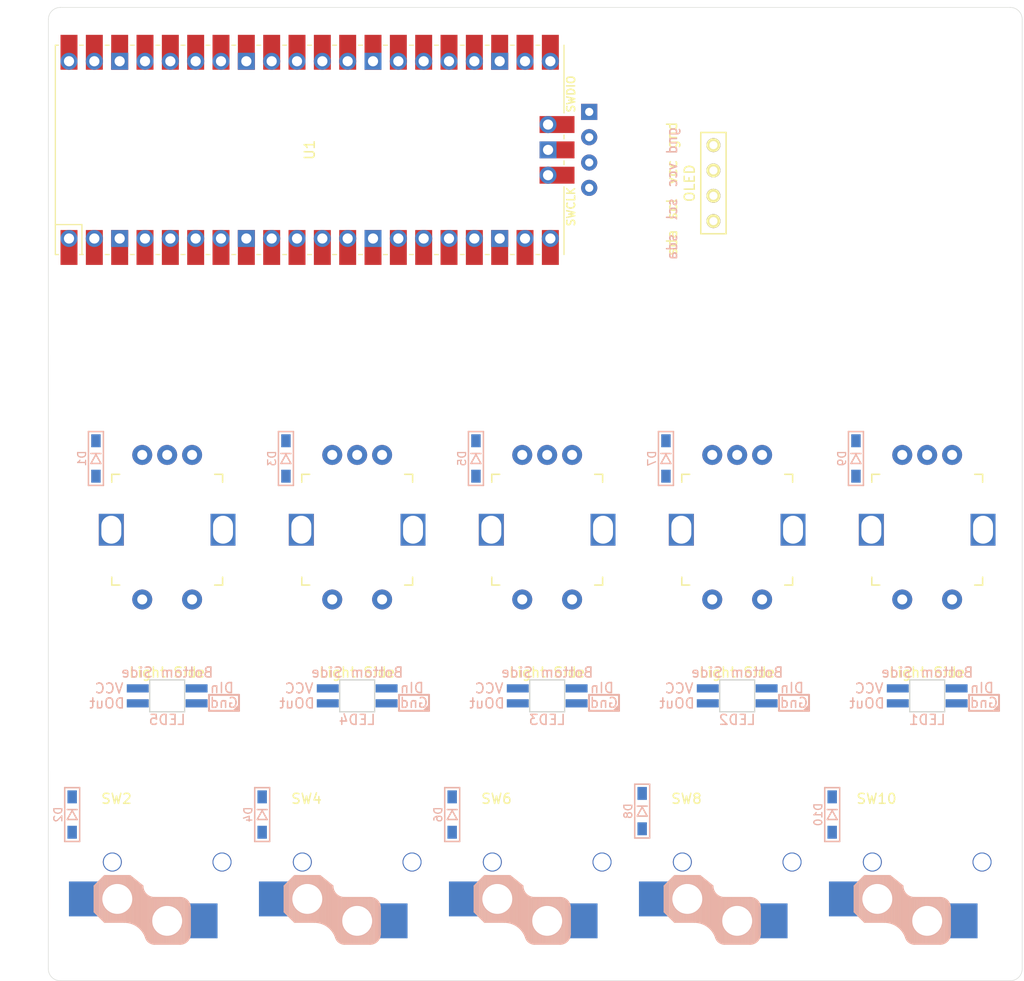
<source format=kicad_pcb>
(kicad_pcb (version 20240108) (generator "pcbnew") (generator_version "8.0")
  (layers (0 "F.Cu" signal) (31 "B.Cu" signal) (34 "B.Paste" user) (35 "F.Paste" user) (36 "B.SilkS" user "B.Silkscreen") (37 "F.SilkS" user "F.Silkscreen") (38 "B.Mask" user) (39 "F.Mask" user) (44 "Edge.Cuts" user))
  (net 0 "")
  (net 1 "Net-(D1-A)")
  (net 2 "Row0")
  (net 3 "Net-(D2-A)")
  (net 4 "Row1")
  (net 5 "Net-(D3-A)")
  (net 6 "Net-(D4-A)")
  (net 7 "Net-(D5-A)")
  (net 8 "Net-(D6-A)")
  (net 9 "Net-(D7-A)")
  (net 10 "Net-(D8-A)")
  (net 11 "Net-(D9-A)")
  (net 12 "SCL")
  (net 13 "GND")
  (net 14 "SDA")
  (net 15 "VCC")
  (net 16 "Col0")
  (net 17 "Col1")
  (net 18 "Col2")
  (net 19 "Col3")
  (net 21 "LED")
  (net 22 "Col4")
  (net 39 "Net-(LED1-DOUT)")
  (net 41 "RE1_B")
  (net 42 "RE1_A")
  (net 43 "RE2_A")
  (net 44 "RE2_B")
  (net 45 "RE3_A")
  (net 46 "RE3_B")
  (net 47 "RE4_A")
  (net 48 "RE4_B")
  (net 49 "RE5_A")
  (net 50 "RE5_B")
  (net 51 "Net-(D10-A)")
  (net 52 "Net-(LED2-DOUT)")
  (net 53 "Net-(LED3-DOUT)")
  (net 54 "Net-(LED4-DOUT)")
  (footprint "Rikkodo_FootPrint:rkd_Point_Screw_Hall" (layer "F.Cu") (at 130.96875 30.95625)
    (property "Reference" "Point1" (hide yes))
    (property "Value" "PointScrewHall" (hide yes))
    (pad "" np_thru_hole circle (at -7.25 -12) (size 2.2 2.2) (drill 2.2) (layers "*.Cu" "*.Mask"))
    (pad "" np_thru_hole circle (at -7.25 12) (size 2.2 2.2) (drill 2.2) (layers "*.Cu" "*.Mask"))
    (pad "" np_thru_hole circle (at 7.25 -12) (size 2.2 2.2) (drill 2.2) (layers "*.Cu" "*.Mask"))
    (pad "" np_thru_hole circle (at 7.25 12) (size 2.2 2.2) (drill 2.2) (layers "*.Cu" "*.Mask"))
  )
  (footprint "kbd_Parts:LED_SK6812MINI-E_BL" (layer "F.Cu") (at 130.9688 85.7251 180)
    (property "Reference" "LED1" (at 0 -2.4 0) (layer "B.SilkS") (effects (justify mirror)))
    (property "Value" "LED_SK6812MINI-E")
    (fp_line (start 1.75 1.6) (end -1.75 1.6) (stroke (width 0.12)) (layer "Edge.Cuts"))
    (fp_line (start 1.75 -1.6) (end 1.75 1.6) (stroke (width 0.12)) (layer "Edge.Cuts"))
    (fp_line (start -1.75 1.6) (end -1.75 -1.6) (stroke (width 0.12)) (layer "Edge.Cuts"))
    (fp_line (start -1.75 -1.6) (end 1.75 -1.6) (stroke (width 0.12)) (layer "Edge.Cuts"))
    (fp_text user "DIn" (at -5.49 0.79 0) (layer "B.SilkS") (effects (justify mirror)))
    (fp_text user "VCC" (at 5.82 0.75 0) (layer "B.SilkS") (effects (justify mirror)))
    (fp_text user "Gnd" (at -5.69 -0.7 0) (layer "B.SilkS") (effects (justify mirror)))
    (fp_text user "DOut" (at 6.03 -0.75 0) (layer "B.SilkS") (effects (justify mirror)))
    (fp_text user "Bottom Side" (at 0 2.35 0) (layer "B.SilkS") (effects (justify mirror)))
    (fp_text user "Light Side" (at 0 2.35 0) (layer "F.SilkS"))
    (pad "1" smd rect (at 2.6 -0.75 180) (size 2.2 0.82) (drill (offset 0.35 0)) (layers "B.Cu" "B.Paste" "B.Mask") (net 39 "Net-(LED1-DOUT)"))
    (pad "2" smd rect (at -2.6 -0.75 180) (size 2.2 0.82) (drill (offset -0.35 0)) (layers "B.Cu" "B.Paste" "B.Mask") (net 13 "GND"))
    (pad "3" smd rect (at -2.6 0.75 180) (size 2.2 0.82) (drill (offset -0.35 0)) (layers "B.Cu" "B.Paste" "B.Mask") (net 21 "LED"))
    (pad "4" smd rect (at 2.6 0.75 180) (size 2.2 0.82) (drill (offset 0.35 0)) (layers "B.Cu" "B.Paste" "B.Mask") (net 15 "VCC"))
  )
  (footprint "kbd_SW:Choc_Hotswap_1u" (layer "F.Cu") (at 73.8188 102.3937)
    (property "Reference" "SW4" (at -5.08 -6.35 180) (layer "F.SilkS"))
    (property "Value" "SW_Push" (hide yes))
    (pad "" np_thru_hole circle (at -5.5 0 90) (size 1.9 1.9) (drill 1.7) (layers "*.Cu" "*.Mask"))
    (pad "" np_thru_hole circle (at -5 3.7 90) (size 3.1 3.1) (drill 3) (layers "*.Cu" "*.Mask"))
    (pad "" np_thru_hole circle (at 0 0 90) (size 4 4) (drill 4) (layers "*.Cu" "*.Mask"))
    (pad "" np_thru_hole circle (at 0 5.9 90) (size 3.1 3.1) (drill 3) (layers "*.Cu" "*.Mask"))
    (pad "" np_thru_hole circle (at 5.22 -4.2) (size 1 1) (drill 1) (layers "*.Cu" "*.Mask"))
    (pad "" np_thru_hole circle (at 5.5 0 90) (size 1.9 1.9) (drill 1.7) (layers "*.Cu" "*.Mask"))
    (pad "1" smd rect (at -8.35 3.7 180) (size 3 3.5) (layers "B.Cu" "B.Paste" "B.Mask") (net 6 "Net-(D4-A)"))
    (pad "2" smd rect (at 3.55 5.9 180) (size 3 3.5) (layers "B.Cu" "B.Paste" "B.Mask") (net 17 "Col1"))
  )
  (footprint "kbd_Parts:Diode_SMD" (layer "F.Cu") (at 102.3938 97.2849 -90)
    (property "Reference" "D8" (at 0 1.4 90) (layer "B.SilkS") (effects (font (size 0.8 0.8) (thickness 0.125)) (justify mirror)))
    (property "Value" "D" (hide yes))
    (pad "1" smd rect (at -1.775 0 270) (size 1.3 0.95) (layers "B.Cu" "B.Paste" "B.Mask") (net 4 "Row1"))
    (pad "2" smd rect (at 1.775 0 270) (size 1.3 0.95) (layers "B.Cu" "B.Paste" "B.Mask") (net 10 "Net-(D8-A)"))
  )
  (footprint "kbd_SW:Choc_Hotswap_1u" (layer "F.Cu") (at 92.8688 102.3937)
    (property "Reference" "SW6" (at -5.08 -6.35 180) (layer "F.SilkS"))
    (property "Value" "SW_Push" (hide yes))
    (pad "" np_thru_hole circle (at -5.5 0 90) (size 1.9 1.9) (drill 1.7) (layers "*.Cu" "*.Mask"))
    (pad "" np_thru_hole circle (at -5 3.7 90) (size 3.1 3.1) (drill 3) (layers "*.Cu" "*.Mask"))
    (pad "" np_thru_hole circle (at 0 0 90) (size 4 4) (drill 4) (layers "*.Cu" "*.Mask"))
    (pad "" np_thru_hole circle (at 0 5.9 90) (size 3.1 3.1) (drill 3) (layers "*.Cu" "*.Mask"))
    (pad "" np_thru_hole circle (at 5.22 -4.2) (size 1 1) (drill 1) (layers "*.Cu" "*.Mask"))
    (pad "" np_thru_hole circle (at 5.5 0 90) (size 1.9 1.9) (drill 1.7) (layers "*.Cu" "*.Mask"))
    (pad "1" smd rect (at -8.35 3.7 180) (size 3 3.5) (layers "B.Cu" "B.Paste" "B.Mask") (net 8 "Net-(D6-A)"))
    (pad "2" smd rect (at 3.55 5.9 180) (size 3 3.5) (layers "B.Cu" "B.Paste" "B.Mask") (net 18 "Col2"))
  )
  (footprint "kbd_Parts:LED_SK6812MINI-E_BL" (layer "F.Cu") (at 54.7688 85.725 180)
    (property "Reference" "LED5" (at 0 -2.4 0) (layer "B.SilkS") (effects (justify mirror)))
    (property "Value" "LED_SK6812MINI-E")
    (fp_line (start 1.75 1.6) (end -1.75 1.6) (stroke (width 0.12)) (layer "Edge.Cuts"))
    (fp_line (start 1.75 -1.6) (end 1.75 1.6) (stroke (width 0.12)) (layer "Edge.Cuts"))
    (fp_line (start -1.75 1.6) (end -1.75 -1.6) (stroke (width 0.12)) (layer "Edge.Cuts"))
    (fp_line (start -1.75 -1.6) (end 1.75 -1.6) (stroke (width 0.12)) (layer "Edge.Cuts"))
    (fp_text user "Bottom Side" (at 0 2.35 0) (layer "B.SilkS") (effects (justify mirror)))
    (fp_text user "DIn" (at -5.49 0.79 0) (layer "B.SilkS") (effects (justify mirror)))
    (fp_text user "Gnd" (at -5.69 -0.7 0) (layer "B.SilkS") (effects (justify mirror)))
    (fp_text user "DOut" (at 6.03 -0.75 0) (layer "B.SilkS") (effects (justify mirror)))
    (fp_text user "VCC" (at 5.82 0.75 0) (layer "B.SilkS") (effects (justify mirror)))
    (fp_text user "Light Side" (at 0 2.35 0) (layer "F.SilkS"))
    (pad "1" smd rect (at 2.6 -0.75 180) (size 2.2 0.82) (drill (offset 0.35 0)) (layers "B.Cu" "B.Paste" "B.Mask"))
    (pad "2" smd rect (at -2.6 -0.75 180) (size 2.2 0.82) (drill (offset -0.35 0)) (layers "B.Cu" "B.Paste" "B.Mask") (net 13 "GND"))
    (pad "3" smd rect (at -2.6 0.75 180) (size 2.2 0.82) (drill (offset -0.35 0)) (layers "B.Cu" "B.Paste" "B.Mask") (net 54 "Net-(LED4-DOUT)"))
    (pad "4" smd rect (at 2.6 0.75 180) (size 2.2 0.82) (drill (offset 0.35 0)) (layers "B.Cu" "B.Paste" "B.Mask") (net 15 "VCC"))
  )
  (footprint "kbd_SW:Choc_Hotswap_1u" (layer "F.Cu") (at 130.9688 102.3937)
    (property "Reference" "SW10" (at -5.08 -6.35 0) (layer "F.SilkS"))
    (property "Value" "SW_Push" (hide yes))
    (pad "" np_thru_hole circle (at -5.5 0 90) (size 1.9 1.9) (drill 1.7) (layers "*.Cu" "*.Mask"))
    (pad "" np_thru_hole circle (at -5 3.7 90) (size 3.1 3.1) (drill 3) (layers "*.Cu" "*.Mask"))
    (pad "" np_thru_hole circle (at 0 0 90) (size 4 4) (drill 4) (layers "*.Cu" "*.Mask"))
    (pad "" np_thru_hole circle (at 0 5.9 90) (size 3.1 3.1) (drill 3) (layers "*.Cu" "*.Mask"))
    (pad "" np_thru_hole circle (at 5.22 -4.2) (size 1 1) (drill 1) (layers "*.Cu" "*.Mask"))
    (pad "" np_thru_hole circle (at 5.5 0 90) (size 1.9 1.9) (drill 1.7) (layers "*.Cu" "*.Mask"))
    (pad "1" smd rect (at -8.35 3.7 180) (size 3 3.5) (layers "B.Cu" "B.Paste" "B.Mask") (net 51 "Net-(D10-A)"))
    (pad "2" smd rect (at 3.55 5.9 180) (size 3 3.5) (layers "B.Cu" "B.Paste" "B.Mask") (net 22 "Col4"))
  )
  (footprint "kbd_Parts:RotaryEncoder_EC12E" (layer "F.Cu") (at 92.8688 69.0562 -90)
    (property "Reference" "SW5")
    (property "Value" "RotaryEncoder_Switch")
    (pad "A" thru_hole circle (at -7.5 -2.5 270) (size 2 2) (drill 1) (layers "*.Cu" "*.Mask") (net 45 "RE3_A"))
    (pad "B" thru_hole circle (at -7.5 2.5 270) (size 2 2) (drill 1) (layers "*.Cu" "*.Mask") (net 46 "RE3_B"))
    (pad "C" thru_hole circle (at -7.5 0 270) (size 2 2) (drill 1) (layers "*.Cu" "*.Mask") (net 13 "GND"))
    (pad "MP" thru_hole rect (at 0 -5.6 270) (size 3.2 2.5) (drill oval 2.8 2) (layers "*.Cu" "*.Mask"))
    (pad "MP" thru_hole rect (at 0 5.6 270) (size 3.2 2.5) (drill oval 2.8 2) (layers "*.Cu" "*.Mask"))
    (pad "S1" thru_hole circle (at 7 2.5 270) (size 2 2) (drill 1) (layers "*.Cu" "*.Mask") (net 7 "Net-(D5-A)"))
    (pad "S2" thru_hole circle (at 7 -2.5 270) (size 2 2) (drill 1) (layers "*.Cu" "*.Mask") (net 18 "Col2"))
  )
  (footprint "kbd_Parts:LED_SK6812MINI-E_BL" (layer "F.Cu") (at 92.8688 85.725 180)
    (property "Reference" "LED3" (at 0 -2.4 0) (layer "B.SilkS") (effects (justify mirror)))
    (property "Value" "LED_SK6812MINI-E")
    (fp_line (start 1.75 1.6) (end -1.75 1.6) (stroke (width 0.12)) (layer "Edge.Cuts"))
    (fp_line (start 1.75 -1.6) (end 1.75 1.6) (stroke (width 0.12)) (layer "Edge.Cuts"))
    (fp_line (start -1.75 1.6) (end -1.75 -1.6) (stroke (width 0.12)) (layer "Edge.Cuts"))
    (fp_line (start -1.75 -1.6) (end 1.75 -1.6) (stroke (width 0.12)) (layer "Edge.Cuts"))
    (fp_text user "Gnd" (at -5.69 -0.7 0) (layer "B.SilkS") (effects (justify mirror)))
    (fp_text user "Bottom Side" (at 0 2.35 0) (layer "B.SilkS") (effects (justify mirror)))
    (fp_text user "DOut" (at 6.03 -0.75 0) (layer "B.SilkS") (effects (justify mirror)))
    (fp_text user "DIn" (at -5.49 0.79 0) (layer "B.SilkS") (effects (justify mirror)))
    (fp_text user "VCC" (at 5.82 0.75 0) (layer "B.SilkS") (effects (justify mirror)))
    (fp_text user "Light Side" (at 0 2.35 0) (layer "F.SilkS"))
    (pad "1" smd rect (at 2.6 -0.75 180) (size 2.2 0.82) (drill (offset 0.35 0)) (layers "B.Cu" "B.Paste" "B.Mask") (net 53 "Net-(LED3-DOUT)"))
    (pad "2" smd rect (at -2.6 -0.75 180) (size 2.2 0.82) (drill (offset -0.35 0)) (layers "B.Cu" "B.Paste" "B.Mask") (net 13 "GND"))
    (pad "3" smd rect (at -2.6 0.75 180) (size 2.2 0.82) (drill (offset -0.35 0)) (layers "B.Cu" "B.Paste" "B.Mask") (net 52 "Net-(LED2-DOUT)"))
    (pad "4" smd rect (at 2.6 0.75 180) (size 2.2 0.82) (drill (offset 0.35 0)) (layers "B.Cu" "B.Paste" "B.Mask") (net 15 "VCC"))
  )
  (footprint "kbd_Parts:RotaryEncoder_EC12E" (layer "F.Cu") (at 73.8188 69.0562 -90)
    (property "Reference" "SW3")
    (property "Value" "RotaryEncoder_Switch")
    (pad "A" thru_hole circle (at -7.5 -2.5 270) (size 2 2) (drill 1) (layers "*.Cu" "*.Mask") (net 43 "RE2_A"))
    (pad "B" thru_hole circle (at -7.5 2.5 270) (size 2 2) (drill 1) (layers "*.Cu" "*.Mask") (net 44 "RE2_B"))
    (pad "C" thru_hole circle (at -7.5 0 270) (size 2 2) (drill 1) (layers "*.Cu" "*.Mask") (net 13 "GND"))
    (pad "MP" thru_hole rect (at 0 -5.6 270) (size 3.2 2.5) (drill oval 2.8 2) (layers "*.Cu" "*.Mask"))
    (pad "MP" thru_hole rect (at 0 5.6 270) (size 3.2 2.5) (drill oval 2.8 2) (layers "*.Cu" "*.Mask"))
    (pad "S1" thru_hole circle (at 7 2.5 270) (size 2 2) (drill 1) (layers "*.Cu" "*.Mask") (net 5 "Net-(D3-A)"))
    (pad "S2" thru_hole circle (at 7 -2.5 270) (size 2 2) (drill 1) (layers "*.Cu" "*.Mask") (net 17 "Col1"))
  )
  (footprint "kbd_Parts:Diode_SMD" (layer "F.Cu") (at 64.2938 97.6312 -90)
    (property "Reference" "D4" (at 0 1.4 90) (layer "B.SilkS") (effects (font (size 0.8 0.8) (thickness 0.125)) (justify mirror)))
    (property "Value" "D" (hide yes))
    (pad "1" smd rect (at -1.775 0 270) (size 1.3 0.95) (layers "B.Cu" "B.Paste" "B.Mask") (net 4 "Row1"))
    (pad "2" smd rect (at 1.775 0 270) (size 1.3 0.95) (layers "B.Cu" "B.Paste" "B.Mask") (net 6 "Net-(D4-A)"))
  )
  (footprint "kbd_Parts:Diode_SMD" (layer "F.Cu") (at 83.3438 97.6312 -90)
    (property "Reference" "D6" (at 0 1.4 90) (layer "B.SilkS") (effects (font (size 0.8 0.8) (thickness 0.125)) (justify mirror)))
    (property "Value" "D" (hide yes))
    (pad "1" smd rect (at -1.775 0 270) (size 1.3 0.95) (layers "B.Cu" "B.Paste" "B.Mask") (net 4 "Row1"))
    (pad "2" smd rect (at 1.775 0 270) (size 1.3 0.95) (layers "B.Cu" "B.Paste" "B.Mask") (net 8 "Net-(D6-A)"))
  )
  (footprint "kbd_SW:Choc_Hotswap_1u" (layer "F.Cu") (at 54.7688 102.3937)
    (property "Reference" "SW2" (at -5.08 -6.35 180) (layer "F.SilkS"))
    (property "Value" "SW_Push" (hide yes))
    (pad "" np_thru_hole circle (at -5.5 0 90) (size 1.9 1.9) (drill 1.7) (layers "*.Cu" "*.Mask"))
    (pad "" np_thru_hole circle (at -5 3.7 90) (size 3.1 3.1) (drill 3) (layers "*.Cu" "*.Mask"))
    (pad "" np_thru_hole circle (at 0 0 90) (size 4 4) (drill 4) (layers "*.Cu" "*.Mask"))
    (pad "" np_thru_hole circle (at 0 5.9 90) (size 3.1 3.1) (drill 3) (layers "*.Cu" "*.Mask"))
    (pad "" np_thru_hole circle (at 5.22 -4.2) (size 1 1) (drill 1) (layers "*.Cu" "*.Mask"))
    (pad "" np_thru_hole circle (at 5.5 0 90) (size 1.9 1.9) (drill 1.7) (layers "*.Cu" "*.Mask"))
    (pad "1" smd rect (at -8.35 3.7 180) (size 3 3.5) (layers "B.Cu" "B.Paste" "B.Mask") (net 3 "Net-(D2-A)"))
    (pad "2" smd rect (at 3.55 5.9 180) (size 3 3.5) (layers "B.Cu" "B.Paste" "B.Mask") (net 16 "Col0"))
  )
  (footprint "kbd_Parts:OLED" (layer "F.Cu") (at 109.5375 38.1 90)
    (property "Reference" "OL2")
    (property "Value" "OLED" (hide yes))
    (fp_text user "OLED" (at 3.8 -2.3812 90) (layer "F.SilkS"))
    (pad "1" thru_hole circle (at 0 0 90) (size 1.397 1.397) (drill 0.8128) (layers "*.Cu" "*.Mask" "F.SilkS") (net 14 "SDA"))
    (pad "2" thru_hole circle (at 2.54 0 90) (size 1.397 1.397) (drill 0.8128) (layers "*.Cu" "*.Mask" "F.SilkS") (net 12 "SCL"))
    (pad "3" thru_hole circle (at 5.08 0 90) (size 1.397 1.397) (drill 0.8128) (layers "*.Cu" "*.Mask" "F.SilkS") (net 15 "VCC"))
    (pad "4" thru_hole circle (at 7.62 0 90) (size 1.397 1.397) (drill 0.8128) (layers "*.Cu" "*.Mask" "F.SilkS") (net 13 "GND"))
  )
  (footprint "kbd_SW:Choc_Hotswap_1u" (layer "F.Cu") (at 111.9188 102.3937)
    (property "Reference" "SW8" (at -5.08 -6.35 180) (layer "F.SilkS"))
    (property "Value" "SW_Push" (hide yes))
    (pad "" np_thru_hole circle (at -5.5 0 90) (size 1.9 1.9) (drill 1.7) (layers "*.Cu" "*.Mask"))
    (pad "" np_thru_hole circle (at -5 3.7 90) (size 3.1 3.1) (drill 3) (layers "*.Cu" "*.Mask"))
    (pad "" np_thru_hole circle (at 0 0 90) (size 4 4) (drill 4) (layers "*.Cu" "*.Mask"))
    (pad "" np_thru_hole circle (at 0 5.9 90) (size 3.1 3.1) (drill 3) (layers "*.Cu" "*.Mask"))
    (pad "" np_thru_hole circle (at 5.22 -4.2) (size 1 1) (drill 1) (layers "*.Cu" "*.Mask"))
    (pad "" np_thru_hole circle (at 5.5 0 90) (size 1.9 1.9) (drill 1.7) (layers "*.Cu" "*.Mask"))
    (pad "1" smd rect (at -8.35 3.7 180) (size 3 3.5) (layers "B.Cu" "B.Paste" "B.Mask") (net 10 "Net-(D8-A)"))
    (pad "2" smd rect (at 3.55 5.9 180) (size 3 3.5) (layers "B.Cu" "B.Paste" "B.Mask") (net 19 "Col3"))
  )
  (footprint "kbd_Parts:Diode_SMD" (layer "F.Cu") (at 121.4438 97.6312 -90)
    (property "Reference" "D10" (at 0 1.4 90) (layer "B.SilkS") (effects (font (size 0.8 0.8) (thickness 0.125)) (justify mirror)))
    (property "Value" "D" (hide yes))
    (pad "1" smd rect (at -1.775 0 270) (size 1.3 0.95) (layers "B.Cu" "B.Paste" "B.Mask") (net 4 "Row1"))
    (pad "2" smd rect (at 1.775 0 270) (size 1.3 0.95) (layers "B.Cu" "B.Paste" "B.Mask") (net 51 "Net-(D10-A)"))
  )
  (footprint "RPi_Pico:RPi_Pico_SMD_TH" (layer "F.Cu") (at 69.0563 30.9562 90)
    (property "Reference" "U1" (at 0 0 90) (layer "F.SilkS"))
    (property "Value" "Pico")
    (fp_text user "SWDIO" (at 5.6 26.2 90) (layer "F.SilkS") (effects (font (size 0.8 0.8))))
    (fp_text user "SWCLK" (at -5.7 26.2 90) (layer "F.SilkS") (effects (font (size 0.8 0.8))))
    (pad "" np_thru_hole oval (at -2.725 -24 90) (size 1.8 1.8) (drill 1.8) (layers "*.Cu" "*.Mask"))
    (pad "" np_thru_hole oval (at -2.425 -20.97 90) (size 1.5 1.5) (drill 1.5) (layers "*.Cu" "*.Mask"))
    (pad "" np_thru_hole oval (at 2.425 -20.97 90) (size 1.5 1.5) (drill 1.5) (layers "*.Cu" "*.Mask"))
    (pad "" np_thru_hole oval (at 2.725 -24 90) (size 1.8 1.8) (drill 1.8) (layers "*.Cu" "*.Mask"))
    (pad "1" thru_hole oval (at -8.89 -24.13 90) (size 1.7 1.7) (drill 1.02) (layers "*.Cu" "*.Mask") (net 21 "LED"))
    (pad "1" smd rect (at -8.89 -24.13 90) (size 3.5 1.7) (drill (offset -0.9 0)) (layers "F.Cu" "F.Mask") (net 21 "LED"))
    (pad "2" thru_hole oval (at -8.89 -21.59 90) (size 1.7 1.7) (drill 1.02) (layers "*.Cu" "*.Mask") (net 41 "RE1_B"))
    (pad "2" smd rect (at -8.89 -21.59 90) (size 3.5 1.7) (drill (offset -0.9 0)) (layers "F.Cu" "F.Mask") (net 41 "RE1_B"))
    (pad "3" thru_hole rect (at -8.89 -19.05 90) (size 1.7 1.7) (drill 1.02) (layers "*.Cu" "*.Mask") (net 13 "GND"))
    (pad "3" smd rect (at -8.89 -19.05 90) (size 3.5 1.7) (drill (offset -0.9 0)) (layers "F.Cu" "F.Mask") (net 13 "GND"))
    (pad "4" thru_hole oval (at -8.89 -16.51 90) (size 1.7 1.7) (drill 1.02) (layers "*.Cu" "*.Mask") (net 42 "RE1_A"))
    (pad "4" smd rect (at -8.89 -16.51 90) (size 3.5 1.7) (drill (offset -0.9 0)) (layers "F.Cu" "F.Mask") (net 42 "RE1_A"))
    (pad "5" thru_hole oval (at -8.89 -13.97 90) (size 1.7 1.7) (drill 1.02) (layers "*.Cu" "*.Mask") (net 16 "Col0"))
    (pad "5" smd rect (at -8.89 -13.97 90) (size 3.5 1.7) (drill (offset -0.9 0)) (layers "F.Cu" "F.Mask") (net 16 "Col0"))
    (pad "6" thru_hole oval (at -8.89 -11.43 90) (size 1.7 1.7) (drill 1.02) (layers "*.Cu" "*.Mask") (net 14 "SDA"))
    (pad "6" smd rect (at -8.89 -11.43 90) (size 3.5 1.7) (drill (offset -0.9 0)) (layers "F.Cu" "F.Mask") (net 14 "SDA"))
    (pad "7" thru_hole oval (at -8.89 -8.89 90) (size 1.7 1.7) (drill 1.02) (layers "*.Cu" "*.Mask") (net 12 "SCL"))
    (pad "7" smd rect (at -8.89 -8.89 90) (size 3.5 1.7) (drill (offset -0.9 0)) (layers "F.Cu" "F.Mask") (net 12 "SCL"))
    (pad "8" thru_hole rect (at -8.89 -6.35 90) (size 1.7 1.7) (drill 1.02) (layers "*.Cu" "*.Mask") (net 13 "GND"))
    (pad "8" smd rect (at -8.89 -6.35 90) (size 3.5 1.7) (drill (offset -0.9 0)) (layers "F.Cu" "F.Mask") (net 13 "GND"))
    (pad "9" thru_hole oval (at -8.89 -3.81 90) (size 1.7 1.7) (drill 1.02) (layers "*.Cu" "*.Mask") (net 4 "Row1"))
    (pad "9" smd rect (at -8.89 -3.81 90) (size 3.5 1.7) (drill (offset -0.9 0)) (layers "F.Cu" "F.Mask") (net 4 "Row1"))
    (pad "10" thru_hole oval (at -8.89 -1.27 90) (size 1.7 1.7) (drill 1.02) (layers "*.Cu" "*.Mask") (net 2 "Row0"))
    (pad "10" smd rect (at -8.89 -1.27 90) (size 3.5 1.7) (drill (offset -0.9 0)) (layers "F.Cu" "F.Mask") (net 2 "Row0"))
    (pad "11" thru_hole oval (at -8.89 1.27 90) (size 1.7 1.7) (drill 1.02) (layers "*.Cu" "*.Mask") (net 17 "Col1"))
    (pad "11" smd rect (at -8.89 1.27 90) (size 3.5 1.7) (drill (offset -0.9 0)) (layers "F.Cu" "F.Mask") (net 17 "Col1"))
    (pad "12" thru_hole oval (at -8.89 3.81 90) (size 1.7 1.7) (drill 1.02) (layers "*.Cu" "*.Mask") (net 44 "RE2_B"))
    (pad "12" smd rect (at -8.89 3.81 90) (size 3.5 1.7) (drill (offset -0.9 0)) (layers "F.Cu" "F.Mask") (net 44 "RE2_B"))
    (pad "13" thru_hole rect (at -8.89 6.35 90) (size 1.7 1.7) (drill 1.02) (layers "*.Cu" "*.Mask") (net 13 "GND"))
    (pad "13" smd rect (at -8.89 6.35 90) (size 3.5 1.7) (drill (offset -0.9 0)) (layers "F.Cu" "F.Mask") (net 13 "GND"))
    (pad "14" thru_hole oval (at -8.89 8.89 90) (size 1.7 1.7) (drill 1.02) (layers "*.Cu" "*.Mask") (net 43 "RE2_A"))
    (pad "14" smd rect (at -8.89 8.89 90) (size 3.5 1.7) (drill (offset -0.9 0)) (layers "F.Cu" "F.Mask") (net 43 "RE2_A"))
    (pad "15" thru_hole oval (at -8.89 11.43 90) (size 1.7 1.7) (drill 1.02) (layers "*.Cu" "*.Mask"))
    (pad "15" smd rect (at -8.89 11.43 90) (size 3.5 1.7) (drill (offset -0.9 0)) (layers "F.Cu" "F.Mask"))
    (pad "16" thru_hole oval (at -8.89 13.97 90) (size 1.7 1.7) (drill 1.02) (layers "*.Cu" "*.Mask") (net 18 "Col2"))
    (pad "16" smd rect (at -8.89 13.97 90) (size 3.5 1.7) (drill (offset -0.9 0)) (layers "F.Cu" "F.Mask") (net 18 "Col2"))
    (pad "17" thru_hole oval (at -8.89 16.51 90) (size 1.7 1.7) (drill 1.02) (layers "*.Cu" "*.Mask") (net 46 "RE3_B"))
    (pad "17" smd rect (at -8.89 16.51 90) (size 3.5 1.7) (drill (offset -0.9 0)) (layers "F.Cu" "F.Mask") (net 46 "RE3_B"))
    (pad "18" thru_hole rect (at -8.89 19.05 90) (size 1.7 1.7) (drill 1.02) (layers "*.Cu" "*.Mask") (net 13 "GND"))
    (pad "18" smd rect (at -8.89 19.05 90) (size 3.5 1.7) (drill (offset -0.9 0)) (layers "F.Cu" "F.Mask") (net 13 "GND"))
    (pad "19" thru_hole oval (at -8.89 21.59 90) (size 1.7 1.7) (drill 1.02) (layers "*.Cu" "*.Mask") (net 45 "RE3_A"))
    (pad "19" smd rect (at -8.89 21.59 90) (size 3.5 1.7) (drill (offset -0.9 0)) (layers "F.Cu" "F.Mask") (net 45 "RE3_A"))
    (pad "20" thru_hole oval (at -8.89 24.13 90) (size 1.7 1.7) (drill 1.02) (layers "*.Cu" "*.Mask") (net 19 "Col3"))
    (pad "20" smd rect (at -8.89 24.13 90) (size 3.5 1.7) (drill (offset -0.9 0)) (layers "F.Cu" "F.Mask") (net 19 "Col3"))
    (pad "21" thru_hole oval (at 8.89 24.13 90) (size 1.7 1.7) (drill 1.02) (layers "*.Cu" "*.Mask") (net 22 "Col4"))
    (pad "21" smd rect (at 8.89 24.13 90) (size 3.5 1.7) (drill (offset 0.9 0)) (layers "F.Cu" "F.Mask") (net 22 "Col4"))
    (pad "22" thru_hole oval (at 8.89 21.59 90) (size 1.7 1.7) (drill 1.02) (layers "*.Cu" "*.Mask") (net 49 "RE5_A"))
    (pad "22" smd rect (at 8.89 21.59 90) (size 3.5 1.7) (drill (offset 0.9 0)) (layers "F.Cu" "F.Mask") (net 49 "RE5_A"))
    (pad "23" thru_hole rect (at 8.89 19.05 90) (size 1.7 1.7) (drill 1.02) (layers "*.Cu" "*.Mask") (net 13 "GND"))
    (pad "23" smd rect (at 8.89 19.05 90) (size 3.5 1.7) (drill (offset 0.9 0)) (layers "F.Cu" "F.Mask") (net 13 "GND"))
    (pad "24" thru_hole oval (at 8.89 16.51 90) (size 1.7 1.7) (drill 1.02) (layers "*.Cu" "*.Mask") (net 50 "RE5_B"))
    (pad "24" smd rect (at 8.89 16.51 90) (size 3.5 1.7) (drill (offset 0.9 0)) (layers "F.Cu" "F.Mask") (net 50 "RE5_B"))
    (pad "25" thru_hole oval (at 8.89 13.97 90) (size 1.7 1.7) (drill 1.02) (layers "*.Cu" "*.Mask"))
    (pad "25" smd rect (at 8.89 13.97 90) (size 3.5 1.7) (drill (offset 0.9 0)) (layers "F.Cu" "F.Mask"))
    (pad "26" thru_hole oval (at 8.89 11.43 90) (size 1.7 1.7) (drill 1.02) (layers "*.Cu" "*.Mask"))
    (pad "26" smd rect (at 8.89 11.43 90) (size 3.5 1.7) (drill (offset 0.9 0)) (layers "F.Cu" "F.Mask"))
    (pad "27" thru_hole oval (at 8.89 8.89 90) (size 1.7 1.7) (drill 1.02) (layers "*.Cu" "*.Mask") (net 47 "RE4_A"))
    (pad "27" smd rect (at 8.89 8.89 90) (size 3.5 1.7) (drill (offset 0.9 0)) (layers "F.Cu" "F.Mask") (net 47 "RE4_A"))
    (pad "28" thru_hole rect (at 8.89 6.35 90) (size 1.7 1.7) (drill 1.02) (layers "*.Cu" "*.Mask") (net 13 "GND"))
    (pad "28" smd rect (at 8.89 6.35 90) (size 3.5 1.7) (drill (offset 0.9 0)) (layers "F.Cu" "F.Mask") (net 13 "GND"))
    (pad "29" thru_hole oval (at 8.89 3.81 90) (size 1.7 1.7) (drill 1.02) (layers "*.Cu" "*.Mask") (net 48 "RE4_B"))
    (pad "29" smd rect (at 8.89 3.81 90) (size 3.5 1.7) (drill (offset 0.9 0)) (layers "F.Cu" "F.Mask") (net 48 "RE4_B"))
    (pad "30" thru_hole oval (at 8.89 1.27 90) (size 1.7 1.7) (drill 1.02) (layers "*.Cu" "*.Mask"))
    (pad "30" smd rect (at 8.89 1.27 90) (size 3.5 1.7) (drill (offset 0.9 0)) (layers "F.Cu" "F.Mask"))
    (pad "31" thru_hole oval (at 8.89 -1.27 90) (size 1.7 1.7) (drill 1.02) (layers "*.Cu" "*.Mask"))
    (pad "31" smd rect (at 8.89 -1.27 90) (size 3.5 1.7) (drill (offset 0.9 0)) (layers "F.Cu" "F.Mask"))
    (pad "32" thru_hole oval (at 8.89 -3.81 90) (size 1.7 1.7) (drill 1.02) (layers "*.Cu" "*.Mask"))
    (pad "32" smd rect (at 8.89 -3.81 90) (size 3.5 1.7) (drill (offset 0.9 0)) (layers "F.Cu" "F.Mask"))
    (pad "33" thru_hole rect (at 8.89 -6.35 90) (size 1.7 1.7) (drill 1.02) (layers "*.Cu" "*.Mask"))
    (pad "33" smd rect (at 8.89 -6.35 90) (size 3.5 1.7) (drill (offset 0.9 0)) (layers "F.Cu" "F.Mask"))
    (pad "34" thru_hole oval (at 8.89 -8.89 90) (size 1.7 1.7) (drill 1.02) (layers "*.Cu" "*.Mask"))
    (pad "34" smd rect (at 8.89 -8.89 90) (size 3.5 1.7) (drill (offset 0.9 0)) (layers "F.Cu" "F.Mask"))
    (pad "35" thru_hole oval (at 8.89 -11.43 90) (size 1.7 1.7) (drill 1.02) (layers "*.Cu" "*.Mask"))
    (pad "35" smd rect (at 8.89 -11.43 90) (size 3.5 1.7) (drill (offset 0.9 0)) (layers "F.Cu" "F.Mask"))
    (pad "36" thru_hole oval (at 8.89 -13.97 90) (size 1.7 1.7) (drill 1.02) (layers "*.Cu" "*.Mask"))
    (pad "36" smd rect (at 8.89 -13.97 90) (size 3.5 1.7) (drill (offset 0.9 0)) (layers "F.Cu" "F.Mask"))
    (pad "37" thru_hole oval (at 8.89 -16.51 90) (size 1.7 1.7) (drill 1.02) (layers "*.Cu" "*.Mask"))
    (pad "37" smd rect (at 8.89 -16.51 90) (size 3.5 1.7) (drill (offset 0.9 0)) (layers "F.Cu" "F.Mask"))
    (pad "38" thru_hole rect (at 8.89 -19.05 90) (size 1.7 1.7) (drill 1.02) (layers "*.Cu" "*.Mask") (net 13 "GND"))
    (pad "38" smd rect (at 8.89 -19.05 90) (size 3.5 1.7) (drill (offset 0.9 0)) (layers "F.Cu" "F.Mask") (net 13 "GND"))
    (pad "39" thru_hole oval (at 8.89 -21.59 90) (size 1.7 1.7) (drill 1.02) (layers "*.Cu" "*.Mask"))
    (pad "39" smd rect (at 8.89 -21.59 90) (size 3.5 1.7) (drill (offset 0.9 0)) (layers "F.Cu" "F.Mask"))
    (pad "40" thru_hole oval (at 8.89 -24.13 90) (size 1.7 1.7) (drill 1.02) (layers "*.Cu" "*.Mask") (net 15 "VCC"))
    (pad "40" smd rect (at 8.89 -24.13 90) (size 3.5 1.7) (drill (offset 0.9 0)) (layers "F.Cu" "F.Mask") (net 15 "VCC"))
    (pad "41" thru_hole oval (at -2.54 23.9 90) (size 1.7 1.7) (drill 1.02) (layers "*.Cu" "*.Mask"))
    (pad "41" smd rect (at -2.54 23.9 180) (size 3.5 1.7) (drill (offset -0.9 0)) (layers "F.Cu" "F.Mask"))
    (pad "42" thru_hole rect (at 0 23.9 90) (size 1.7 1.7) (drill 1.02) (layers "*.Cu" "*.Mask"))
    (pad "42" smd rect (at 0 23.9 180) (size 3.5 1.7) (drill (offset -0.9 0)) (layers "F.Cu" "F.Mask"))
    (pad "43" thru_hole oval (at 2.54 23.9 90) (size 1.7 1.7) (drill 1.02) (layers "*.Cu" "*.Mask"))
    (pad "43" smd rect (at 2.54 23.9 180) (size 3.5 1.7) (drill (offset -0.9 0)) (layers "F.Cu" "F.Mask"))
  )
  (footprint "kbd_Parts:LED_SK6812MINI-E_BL" (layer "F.Cu") (at 111.9188 85.7251 180)
    (property "Reference" "LED2" (at 0 -2.4 0) (layer "B.SilkS") (effects (justify mirror)))
    (property "Value" "LED_SK6812MINI-E")
    (fp_line (start 1.75 1.6) (end -1.75 1.6) (stroke (width 0.12)) (layer "Edge.Cuts"))
    (fp_line (start 1.75 -1.6) (end 1.75 1.6) (stroke (width 0.12)) (layer "Edge.Cuts"))
    (fp_line (start -1.75 1.6) (end -1.75 -1.6) (stroke (width 0.12)) (layer "Edge.Cuts"))
    (fp_line (start -1.75 -1.6) (end 1.75 -1.6) (stroke (width 0.12)) (layer "Edge.Cuts"))
    (fp_text user "DOut" (at 6.03 -0.75 0) (layer "B.SilkS") (effects (justify mirror)))
    (fp_text user "DIn" (at -5.49 0.79 0) (layer "B.SilkS") (effects (justify mirror)))
    (fp_text user "Gnd" (at -5.69 -0.7 0) (layer "B.SilkS") (effects (justify mirror)))
    (fp_text user "Bottom Side" (at 0 2.35 0) (layer "B.SilkS") (effects (justify mirror)))
    (fp_text user "VCC" (at 5.82 0.75 0) (layer "B.SilkS") (effects (justify mirror)))
    (fp_text user "Light Side" (at 0 2.35 0) (layer "F.SilkS"))
    (pad "1" smd rect (at 2.6 -0.75 180) (size 2.2 0.82) (drill (offset 0.35 0)) (layers "B.Cu" "B.Paste" "B.Mask") (net 52 "Net-(LED2-DOUT)"))
    (pad "2" smd rect (at -2.6 -0.75 180) (size 2.2 0.82) (drill (offset -0.35 0)) (layers "B.Cu" "B.Paste" "B.Mask") (net 13 "GND"))
    (pad "3" smd rect (at -2.6 0.75 180) (size 2.2 0.82) (drill (offset -0.35 0)) (layers "B.Cu" "B.Paste" "B.Mask") (net 39 "Net-(LED1-DOUT)"))
    (pad "4" smd rect (at 2.6 0.75 180) (size 2.2 0.82) (drill (offset 0.35 0)) (layers "B.Cu" "B.Paste" "B.Mask") (net 15 "VCC"))
  )
  (footprint "BrownSugar_KBD:OLED_center_display" (layer "F.Cu") (at 78.5813 30.9562 90)
    (property "Reference" "OL1")
    (property "Value" "OLED" (hide yes))
    (pad "1" thru_hole circle (at -3.81 18.5 90) (size 1.62 1.62) (drill 0.82) (layers "*.Cu" "*.Mask") (net 14 "SDA"))
    (pad "2" thru_hole circle (at -1.27 18.5 90) (size 1.62 1.62) (drill 0.82) (layers "*.Cu" "*.Mask") (net 12 "SCL"))
    (pad "3" thru_hole circle (at 1.27 18.5 90) (size 1.62 1.62) (drill 0.82) (layers "*.Cu" "*.Mask") (net 15 "VCC"))
    (pad "4" thru_hole rect (at 3.81 18.5 90) (size 1.62 1.62) (drill 0.82) (layers "*.Cu" "*.Mask") (net 13 "GND"))
  )
  (footprint "kbd_Parts:RotaryEncoder_EC12E" (layer "F.Cu") (at 130.9688 69.0562 -90)
    (property "Reference" "SW9")
    (property "Value" "RotaryEncoder_Switch")
    (pad "A" thru_hole circle (at -7.5 -2.5 270) (size 2 2) (drill 1) (layers "*.Cu" "*.Mask") (net 49 "RE5_A"))
    (pad "B" thru_hole circle (at -7.5 2.5 270) (size 2 2) (drill 1) (layers "*.Cu" "*.Mask") (net 50 "RE5_B"))
    (pad "C" thru_hole circle (at -7.5 0 270) (size 2 2) (drill 1) (layers "*.Cu" "*.Mask") (net 13 "GND"))
    (pad "MP" thru_hole rect (at 0 -5.6 270) (size 3.2 2.5) (drill oval 2.8 2) (layers "*.Cu" "*.Mask"))
    (pad "MP" thru_hole rect (at 0 5.6 270) (size 3.2 2.5) (drill oval 2.8 2) (layers "*.Cu" "*.Mask"))
    (pad "S1" thru_hole circle (at 7 2.5 270) (size 2 2) (drill 1) (layers "*.Cu" "*.Mask") (net 11 "Net-(D9-A)"))
    (pad "S2" thru_hole circle (at 7 -2.5 270) (size 2 2) (drill 1) (layers "*.Cu" "*.Mask") (net 22 "Col4"))
  )
  (footprint "kbd_Parts:Diode_SMD" (layer "F.Cu") (at 123.825 61.9125 -90)
    (property "Reference" "D9" (at 0 1.4 90) (layer "B.SilkS") (effects (font (size 0.8 0.8) (thickness 0.125)) (justify mirror)))
    (property "Value" "D" (hide yes))
    (pad "1" smd rect (at -1.775 0 270) (size 1.3 0.95) (layers "B.Cu" "B.Paste" "B.Mask") (net 2 "Row0"))
    (pad "2" smd rect (at 1.775 0 270) (size 1.3 0.95) (layers "B.Cu" "B.Paste" "B.Mask") (net 11 "Net-(D9-A)"))
  )
  (footprint "kbd_Parts:Diode_SMD" (layer "F.Cu") (at 66.675 61.9125 -90)
    (property "Reference" "D3" (at 0 1.4 90) (layer "B.SilkS") (effects (font (size 0.8 0.8) (thickness 0.125)) (justify mirror)))
    (property "Value" "D" (hide yes))
    (pad "1" smd rect (at -1.775 0 270) (size 1.3 0.95) (layers "B.Cu" "B.Paste" "B.Mask") (net 2 "Row0"))
    (pad "2" smd rect (at 1.775 0 270) (size 1.3 0.95) (layers "B.Cu" "B.Paste" "B.Mask") (net 5 "Net-(D3-A)"))
  )
  (footprint "kbd_Parts:Diode_SMD" (layer "F.Cu") (at 45.2438 97.6312 -90)
    (property "Reference" "D2" (at 0 1.4 -90) (layer "B.SilkS") (effects (font (size 0.8 0.8) (thickness 0.125)) (justify mirror)))
    (property "Value" "D" (hide yes))
    (pad "1" smd rect (at -1.775 0 270) (size 1.3 0.95) (layers "B.Cu" "B.Paste" "B.Mask") (net 4 "Row1"))
    (pad "2" smd rect (at 1.775 0 270) (size 1.3 0.95) (layers "B.Cu" "B.Paste" "B.Mask") (net 3 "Net-(D2-A)"))
  )
  (footprint "kbd_Parts:Diode_SMD" (layer "F.Cu") (at 104.775 61.9125 -90)
    (property "Reference" "D7" (at 0 1.4 90) (layer "B.SilkS") (effects (font (size 0.8 0.8) (thickness 0.125)) (justify mirror)))
    (property "Value" "D" (hide yes))
    (pad "1" smd rect (at -1.775 0 270) (size 1.3 0.95) (layers "B.Cu" "B.Paste" "B.Mask") (net 2 "Row0"))
    (pad "2" smd rect (at 1.775 0 270) (size 1.3 0.95) (layers "B.Cu" "B.Paste" "B.Mask") (net 9 "Net-(D7-A)"))
  )
  (footprint "kbd_Parts:Diode_SMD" (layer "F.Cu") (at 47.625 61.9125 -90)
    (property "Reference" "D1" (at 0 1.4 -90) (layer "B.SilkS") (effects (font (size 0.8 0.8) (thickness 0.125)) (justify mirror)))
    (property "Value" "D" (hide yes))
    (pad "1" smd rect (at -1.775 0 270) (size 1.3 0.95) (layers "B.Cu" "B.Paste" "B.Mask") (net 2 "Row0"))
    (pad "2" smd rect (at 1.775 0 270) (size 1.3 0.95) (layers "B.Cu" "B.Paste" "B.Mask") (net 1 "Net-(D1-A)"))
  )
  (footprint "kbd_Parts:Diode_SMD" (layer "F.Cu") (at 85.725 61.9125 -90)
    (property "Reference" "D5" (at 0 1.4 90) (layer "B.SilkS") (effects (font (size 0.8 0.8) (thickness 0.125)) (justify mirror)))
    (property "Value" "D" (hide yes))
    (pad "1" smd rect (at -1.775 0 270) (size 1.3 0.95) (layers "B.Cu" "B.Paste" "B.Mask") (net 2 "Row0"))
    (pad "2" smd rect (at 1.775 0 270) (size 1.3 0.95) (layers "B.Cu" "B.Paste" "B.Mask") (net 7 "Net-(D5-A)"))
  )
  (footprint "kbd_Parts:RotaryEncoder_EC12E" (layer "F.Cu") (at 54.7688 69.0562 -90)
    (property "Reference" "SW1")
    (property "Value" "RotaryEncoder_Switch")
    (pad "A" thru_hole circle (at -7.5 -2.5 270) (size 2 2) (drill 1) (layers "*.Cu" "*.Mask") (net 42 "RE1_A"))
    (pad "B" thru_hole circle (at -7.5 2.5 270) (size 2 2) (drill 1) (layers "*.Cu" "*.Mask") (net 41 "RE1_B"))
    (pad "C" thru_hole circle (at -7.5 0 270) (size 2 2) (drill 1) (layers "*.Cu" "*.Mask") (net 13 "GND"))
    (pad "MP" thru_hole rect (at 0 -5.6 270) (size 3.2 2.5) (drill oval 2.8 2) (layers "*.Cu" "*.Mask"))
    (pad "MP" thru_hole rect (at 0 5.6 270) (size 3.2 2.5) (drill oval 2.8 2) (layers "*.Cu" "*.Mask"))
    (pad "S1" thru_hole circle (at 7 2.5 270) (size 2 2) (drill 1) (layers "*.Cu" "*.Mask") (net 1 "Net-(D1-A)"))
    (pad "S2" thru_hole circle (at 7 -2.5 270) (size 2 2) (drill 1) (layers "*.Cu" "*.Mask") (net 16 "Col0"))
  )
  (footprint "kbd_Parts:RotaryEncoder_EC12E" (layer "F.Cu") (at 111.9188 69.0562 -90)
    (property "Reference" "SW7")
    (property "Value" "RotaryEncoder_Switch")
    (pad "A" thru_hole circle (at -7.5 -2.5 270) (size 2 2) (drill 1) (layers "*.Cu" "*.Mask") (net 47 "RE4_A"))
    (pad "B" thru_hole circle (at -7.5 2.5 270) (size 2 2) (drill 1) (layers "*.Cu" "*.Mask") (net 48 "RE4_B"))
    (pad "C" thru_hole circle (at -7.5 0 270) (size 2 2) (drill 1) (layers "*.Cu" "*.Mask") (net 13 "GND"))
    (pad "MP" thru_hole rect (at 0 -5.6 270) (size 3.2 2.5) (drill oval 2.8 2) (layers "*.Cu" "*.Mask"))
    (pad "MP" thru_hole rect (at 0 5.6 270) (size 3.2 2.5) (drill oval 2.8 2) (layers "*.Cu" "*.Mask"))
    (pad "S1" thru_hole circle (at 7 2.5 270) (size 2 2) (drill 1) (layers "*.Cu" "*.Mask") (net 9 "Net-(D7-A)"))
    (pad "S2" thru_hole circle (at 7 -2.5 270) (size 2 2) (drill 1) (layers "*.Cu" "*.Mask") (net 19 "Col3"))
  )
  (footprint "kbd_Parts:LED_SK6812MINI-E_BL" (layer "F.Cu") (at 73.8188 85.725 180)
    (property "Reference" "LED4" (at 0 -2.4 0) (layer "B.SilkS") (effects (justify mirror)))
    (property "Value" "LED_SK6812MINI-E")
    (fp_line (start 1.75 1.6) (end -1.75 1.6) (stroke (width 0.12)) (layer "Edge.Cuts"))
    (fp_line (start 1.75 -1.6) (end 1.75 1.6) (stroke (width 0.12)) (layer "Edge.Cuts"))
    (fp_line (start -1.75 1.6) (end -1.75 -1.6) (stroke (width 0.12)) (layer "Edge.Cuts"))
    (fp_line (start -1.75 -1.6) (end 1.75 -1.6) (stroke (width 0.12)) (layer "Edge.Cuts"))
    (fp_text user "Bottom Side" (at 0 2.35 0) (layer "B.SilkS") (effects (justify mirror)))
    (fp_text user "VCC" (at 5.82 0.75 0) (layer "B.SilkS") (effects (justify mirror)))
    (fp_text user "DIn" (at -5.49 0.79 0) (layer "B.SilkS") (effects (justify mirror)))
    (fp_text user "Gnd" (at -5.69 -0.7 0) (layer "B.SilkS") (effects (justify mirror)))
    (fp_text user "DOut" (at 6.03 -0.75 0) (layer "B.SilkS") (effects (justify mirror)))
    (fp_text user "Light Side" (at 0 2.35 0) (layer "F.SilkS"))
    (pad "1" smd rect (at 2.6 -0.75 180) (size 2.2 0.82) (drill (offset 0.35 0)) (layers "B.Cu" "B.Paste" "B.Mask") (net 54 "Net-(LED4-DOUT)"))
    (pad "2" smd rect (at -2.6 -0.75 180) (size 2.2 0.82) (drill (offset -0.35 0)) (layers "B.Cu" "B.Paste" "B.Mask") (net 13 "GND"))
    (pad "3" smd rect (at -2.6 0.75 180) (size 2.2 0.82) (drill (offset -0.35 0)) (layers "B.Cu" "B.Paste" "B.Mask") (net 53 "Net-(LED3-DOUT)"))
    (pad "4" smd rect (at 2.6 0.75 180) (size 2.2 0.82) (drill (offset 0.35 0)) (layers "B.Cu" "B.Paste" "B.Mask") (net 15 "VCC"))
  )
  (gr_arc (start 140.493775 113.109375) (mid 140.145059 113.951299) (end 139.30315 114.3) (stroke (width 0.05)) (layer "Edge.Cuts"))
  (gr_line (start 42.862525 17.859375) (end 42.853125 113.1094) (stroke (width 0.05)) (layer "Edge.Cuts"))
  (gr_line (start 140.4939 17.859275) (end 140.493775 113.109375) (stroke (width 0.05)) (layer "Edge.Cuts"))
  (gr_line (start 139.303125 16.668775) (end 44.05315 16.66875) (stroke (width 0.05)) (layer "Edge.Cuts"))
  (gr_arc (start 42.862525 17.859375) (mid 43.211261 17.017501) (end 44.05315 16.66875) (stroke (width 0.05)) (layer "Edge.Cuts"))
  (gr_line (start 44.04375 114.300025) (end 139.30315 114.3) (stroke (width 0.05)) (layer "Edge.Cuts"))
  (gr_arc (start 44.04375 114.300025) (mid 43.201874 113.951283) (end 42.853125 113.1094) (stroke (width 0.05)) (layer "Edge.Cuts"))
  (gr_arc (start 139.303275 16.66865) (mid 140.145112 17.017423) (end 140.4939 17.859275) (stroke (width 0.05)) (layer "Edge.Cuts"))
  (gr_text "gnd" (at 105.965625 28.575 90) (layer "B.SilkS") (effects (font (size 1 1)) (justify left bottom mirror)))
  (gr_text "scl" (at 105.965625 35.71875 90) (layer "B.SilkS") (effects (font (size 1 1)) (justify left bottom mirror)))
  (gr_text "vcc" (at 105.965625 32.146875 90) (layer "B.SilkS") (effects (font (size 1 1)) (justify left bottom mirror)))
  (gr_text "sda" (at 105.965625 39.290625 90) (layer "B.SilkS") (effects (font (size 1 1)) (justify left bottom mirror)))
  (gr_text "gnd" (at 105.965625 30.95625 90) (layer "F.SilkS") (effects (font (size 1 1)) (justify left bottom)))
  (gr_text "sda" (at 105.965625 41.671875 90) (layer "F.SilkS") (effects (font (size 1 1)) (justify left bottom)))
  (gr_text "scl" (at 105.965625 38.1 90) (layer "F.SilkS") (effects (font (size 1 1)) (justify left bottom)))
  (gr_text "vcc" (at 105.965625 34.528125 90) (layer "F.SilkS") (effects (font (size 1 1)) (justify left bottom)))
)
</source>
